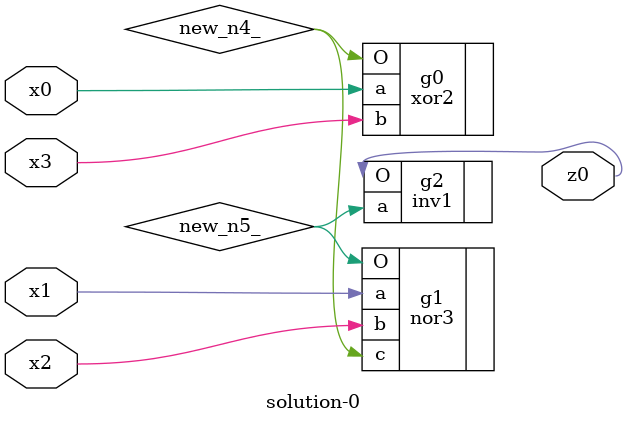
<source format=v>
module \solution-0 (
  x0, x1, x2, x3,
  z0 );
  input x0, x1, x2, x3;
  output z0;
  wire new_n4_, new_n5_;
  xor2  g0(.a(x0), .b(x3), .O(new_n4_));
  nor3  g1(.a(x1), .b(x2), .c(new_n4_), .O(new_n5_));
  inv1  g2(.a(new_n5_), .O(z0));
endmodule

</source>
